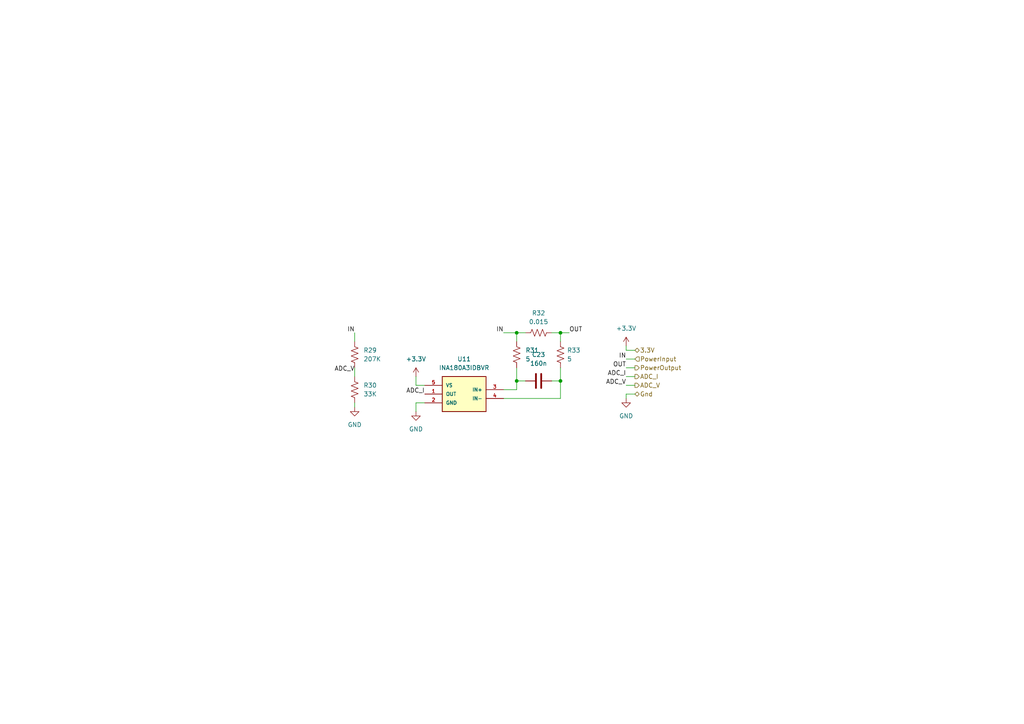
<source format=kicad_sch>
(kicad_sch (version 20211123) (generator eeschema)
  (paper "A4")
  (lib_symbols
    (symbol "1CommonUse:C0805" (pin_numbers hide) (pin_names (offset 0.254))
      (property "Reference" "C" (at 0.635 2.54 0))
      (property "Value" "C0805" (at 0.635 -2.54 0))
      (symbol "C0805_0_1"
        (polyline (pts (xy -2.032 -0.762) (xy 2.032 -0.762)) (stroke (width 0.508)))
        (polyline (pts (xy -2.032 0.762) (xy 2.032 0.762)) (stroke (width 0.508)))
      )
      (symbol "C0805_1_1"
        (pin passive line (at 0 3.81 270) (length 2.794) (name "~") (number "1"))
        (pin passive line (at 0 -3.81 90) (length 2.794) (name "~") (number "2"))
      )
    )
    (symbol "1CommonUse:R0805" (pin_numbers hide) (pin_names (offset 0))
      (property "Reference" "R" (at 2.54 0 90))
      (property "Value" "R0805" (at -2.54 0 90))
      (symbol "R0805_0_1"
        (polyline (pts (xy 0 -2.286) (xy 0 -2.54)))
        (polyline (pts (xy 0 2.286) (xy 0 2.54)))
        (polyline (pts (xy 0 -0.762) (xy 1.016 -1.143) (xy 0 -1.524) (xy -1.016 -1.905) (xy 0 -2.286)))
        (polyline (pts (xy 0 0.762) (xy 1.016 0.381) (xy 0 0) (xy -1.016 -0.381) (xy 0 -0.762)))
        (polyline (pts (xy 0 2.286) (xy 1.016 1.905) (xy 0 1.524) (xy -1.016 1.143) (xy 0 0.762)))
      )
      (symbol "R0805_1_1"
        (pin passive line (at 0 3.81 270) (length 1.27) (name "~") (number "1"))
        (pin passive line (at 0 -3.81 90) (length 1.27) (name "~") (number "2"))
      )
    )
    (symbol "SolarCharger:INA180A3IDBVR" (pin_names (offset 1.016))
      (property "Reference" "U" (at -1.27 7.62 0))
      (property "Value" "INA180A3IDBVR" (at -7.62 -7.62 0))
      (symbol "INA180A3IDBVR_0_0"
        (rectangle (start -6.35 6.35) (end 6.35 -3.81) (stroke (width 0.254)) (fill (type background)))
        (pin output line (at 11.43 1.27 180) (length 5.08) (name "OUT") (number "1"))
        (pin power_in line (at 11.43 -1.27 180) (length 5.08) (name "GND") (number "2"))
        (pin input line (at -11.43 2.54 0) (length 5.08) (name "IN+") (number "3"))
        (pin input line (at -11.43 0 0) (length 5.08) (name "IN-") (number "4"))
        (pin power_in line (at 11.43 3.81 180) (length 5.08) (name "VS") (number "5"))
      )
    )
    (symbol "power:+3.3V" (power) (pin_names (offset 0))
      (property "Value" "+3.3V" (at 0 3.556 0))
      (symbol "+3.3V_0_1"
        (polyline (pts (xy -0.762 1.27) (xy 0 2.54)))
        (polyline (pts (xy 0 0) (xy 0 2.54)))
        (polyline (pts (xy 0 2.54) (xy 0.762 1.27)))
      )
      (symbol "+3.3V_1_1"
        (pin power_in line (at 0 0 90) (length 0) hide (name "+3.3V") (number "1"))
      )
    )
    (symbol "power:GND" (power) (pin_names (offset 0))
      (property "Value" "GND" (at 0 -3.81 0))
      (symbol "GND_0_1"
        (polyline (pts (xy 0 0) (xy 0 -1.27) (xy 1.27 -1.27) (xy 0 -2.54) (xy -1.27 -1.27) (xy 0 -1.27)))
      )
      (symbol "GND_1_1"
        (pin power_in line (at 0 0 270) (length 0) hide (name "GND") (number "1"))
      )
    )
  )
  (junction (at 149.86 96.52))
  (junction (at 162.56 96.52))
  (junction (at 149.86 110.49))
  (junction (at 162.56 110.49))
  (wire (pts (xy 120.65 116.84) (xy 123.19 116.84)))
  (wire (pts (xy 120.65 111.76) (xy 120.65 109.22)))
  (wire (pts (xy 160.02 110.49) (xy 162.56 110.49)))
  (wire (pts (xy 149.86 99.06) (xy 149.86 96.52)))
  (wire (pts (xy 102.87 106.68) (xy 102.87 109.22)))
  (wire (pts (xy 181.61 114.3) (xy 184.15 114.3)))
  (wire (pts (xy 181.61 111.76) (xy 184.15 111.76)))
  (wire (pts (xy 181.61 106.68) (xy 184.15 106.68)))
  (wire (pts (xy 146.05 96.52) (xy 149.86 96.52)))
  (wire (pts (xy 102.87 116.84) (xy 102.87 118.11)))
  (wire (pts (xy 162.56 96.52) (xy 165.1 96.52)))
  (wire (pts (xy 149.86 96.52) (xy 152.4 96.52)))
  (wire (pts (xy 102.87 96.52) (xy 102.87 99.06)))
  (wire (pts (xy 120.65 119.38) (xy 120.65 116.84)))
  (wire (pts (xy 162.56 96.52) (xy 162.56 99.06)))
  (wire (pts (xy 160.02 96.52) (xy 162.56 96.52)))
  (wire (pts (xy 162.56 115.57) (xy 162.56 110.49)))
  (wire (pts (xy 146.05 115.57) (xy 162.56 115.57)))
  (wire (pts (xy 181.61 104.14) (xy 184.15 104.14)))
  (wire (pts (xy 123.19 111.76) (xy 120.65 111.76)))
  (wire (pts (xy 162.56 110.49) (xy 162.56 106.68)))
  (wire (pts (xy 181.61 100.33) (xy 181.61 101.6)))
  (wire (pts (xy 149.86 113.03) (xy 149.86 110.49)))
  (wire (pts (xy 181.61 101.6) (xy 184.15 101.6)))
  (wire (pts (xy 181.61 109.22) (xy 184.15 109.22)))
  (wire (pts (xy 146.05 113.03) (xy 149.86 113.03)))
  (wire (pts (xy 149.86 110.49) (xy 149.86 106.68)))
  (wire (pts (xy 149.86 110.49) (xy 152.4 110.49)))
  (wire (pts (xy 181.61 115.57) (xy 181.61 114.3)))
  (label "IN" (at 102.87 96.52 180))
  (label "IN" (at 146.05 96.52 180))
  (label "ADC_I" (at 181.61 109.22 180))
  (label "ADC_V" (at 181.61 111.76 180))
  (label "OUT" (at 165.1 96.52 0))
  (label "OUT" (at 181.61 106.68 180))
  (label "ADC_V" (at 102.87 107.95 180))
  (label "ADC_I" (at 123.19 114.3 180))
  (label "IN" (at 181.61 104.14 180))
  (hierarchical_label "ADC_V" (shape output) (at 184.15 111.76 0))
  (hierarchical_label "PowerInput" (shape input) (at 184.15 104.14 0))
  (hierarchical_label "PowerOutput" (shape output) (at 184.15 106.68 0))
  (hierarchical_label "3.3V" (shape bidirectional) (at 184.15 101.6 0))
  (hierarchical_label "ADC_I" (shape output) (at 184.15 109.22 0))
  (hierarchical_label "Gnd" (shape bidirectional) (at 184.15 114.3 0))
  (symbol (lib_id "SolarCharger:INA180A3IDBVR") (at 134.62 115.57 0) (mirror y) (unit 1)
    (property "Reference" "U11" (at 134.62 104.14 0))
    (property "Value" "INA180A3IDBVR" (at 134.62 106.68 0))
    (property "Footprint" "Package_TO_SOT_SMD:SOT-23-5" (effects hide))
    (property "Datasheet" "https://www.ti.com/lit/ds/symlink/ina180.pdf" (effects hide))
  )
  (symbol (lib_id "power:GND") (at 102.87 118.11 0) (unit 1)
    (property "Reference" "#PWR046" (effects hide))
    (property "Value" "GND" (at 102.87 123.19 0))
  )
  (symbol (lib_id "power:GND") (at 120.65 119.38 0) (unit 1)
    (property "Reference" "#PWR048" (effects hide))
    (property "Value" "GND" (at 120.65 124.46 0))
  )
  (symbol (lib_id "1CommonUse:C0805") (at 156.21 110.49 90) (unit 1)
    (property "Reference" "C23" (at 156.21 102.87 90))
    (property "Value" "160n" (at 156.21 105.41 90))
    (property "Footprint" "Capacitor_SMD:C_0805_2012Metric" (effects hide))
  )
  (symbol (lib_id "1CommonUse:R0805") (at 156.21 96.52 270) (unit 1)
    (property "Reference" "R32" (at 156.21 90.805 90))
    (property "Value" "0.015" (at 156.21 93.345 90))
    (property "Footprint" "Resistor_SMD:R_0805_2012Metric" (effects hide))
    (property "LCSC" "C2767452" (effects hide))
  )
  (symbol (lib_id "power:+3.3V") (at 181.61 100.33 0) (unit 1)
    (property "Reference" "#PWR049" (effects hide))
    (property "Value" "+3.3V" (at 181.61 95.25 0))
  )
  (symbol (lib_id "1CommonUse:R0805") (at 102.87 113.03 0) (unit 1)
    (property "Reference" "R30" (at 105.41 111.7599 0) (effects (justify left)))
    (property "Value" "33K" (at 105.41 114.2999 0) (effects (justify left)))
    (property "Footprint" "Resistor_SMD:R_0805_2012Metric" (effects hide))
  )
  (symbol (lib_id "power:GND") (at 181.61 115.57 0) (unit 1)
    (property "Reference" "#PWR050" (effects hide))
    (property "Value" "GND" (at 181.61 120.65 0))
  )
  (symbol (lib_id "1CommonUse:R0805") (at 102.87 102.87 0) (unit 1)
    (property "Reference" "R29" (at 105.41 101.5999 0) (effects (justify left)))
    (property "Value" "207K" (at 105.41 104.1399 0) (effects (justify left)))
    (property "Footprint" "Resistor_SMD:R_0805_2012Metric" (effects hide))
  )
  (symbol (lib_id "1CommonUse:R0805") (at 149.86 102.87 0) (unit 1)
    (property "Reference" "R31" (at 152.4 101.5999 0) (effects (justify left)))
    (property "Value" "5" (at 152.4 104.1399 0) (effects (justify left)))
    (property "Footprint" "Resistor_SMD:R_0805_2012Metric" (effects hide))
  )
  (symbol (lib_id "1CommonUse:R0805") (at 162.56 102.87 180) (unit 1)
    (property "Reference" "R33" (at 164.465 101.5999 0) (effects (justify right)))
    (property "Value" "5" (at 164.465 104.1399 0) (effects (justify right)))
    (property "Footprint" "Resistor_SMD:R_0805_2012Metric" (effects hide))
  )
  (symbol (lib_id "power:+3.3V") (at 120.65 109.22 0) (unit 1)
    (property "Reference" "#PWR047" (effects hide))
    (property "Value" "+3.3V" (at 120.65 104.14 0))
  )
)
</source>
